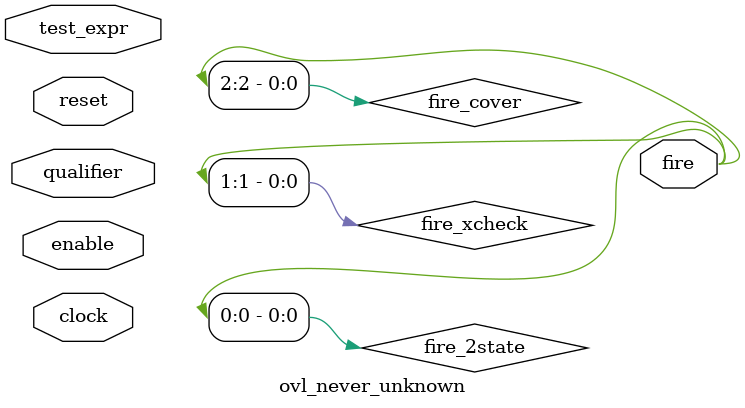
<source format=v>


























// specifying interface for System Verilog








// Selecting global reset or local reset for the checker reset signal






// active edges





// default edge_type (ovl_always_on_edge)







// severity levels





// default severity level






// coverage levels (note that 3 would set both SANITY & BASIC)







// default coverage level






// property type






// fire bit positions (first two also used for xcheck input to error_t)




// auto_bin_max for covergroups, default value is set as per LRM recommendation



// default property type






// default message






// necessary condition




// default necessary_condition (ovl_cycle_sequence)






// action on new start




// default action_on_new_start (e.g. ovl_change)






// inactive levels




// default inactive (ovl_one_cold)






// new interface (ovl 2)



























// ovl runtime after fatal error






// Covergroup define







// Ensure x-checking logic disabled if ASSERTs are off







module ovl_never_unknown (clock, reset, enable, qualifier, test_expr, fire);

  parameter severity_level = 1;
  parameter width          = 1;
  parameter property_type  = 0;
  parameter msg            = "VIOLATION";
  parameter coverage_level = 2;

  parameter clock_edge     = 1;
  parameter reset_polarity = 0;
  parameter gating_type    = 1;

  input                          clock, reset, enable;
  input                          qualifier;
  input  [width-1:0]             test_expr;
  output [3-1:0]   fire;

  // Parameters that should not be edited
  parameter assert_name = "OVL_NEVER_UNKNOWN";



















  assign fire = {fire_cover, fire_xcheck, fire_2state};
  endmodule // ovl_never_unknown

</source>
